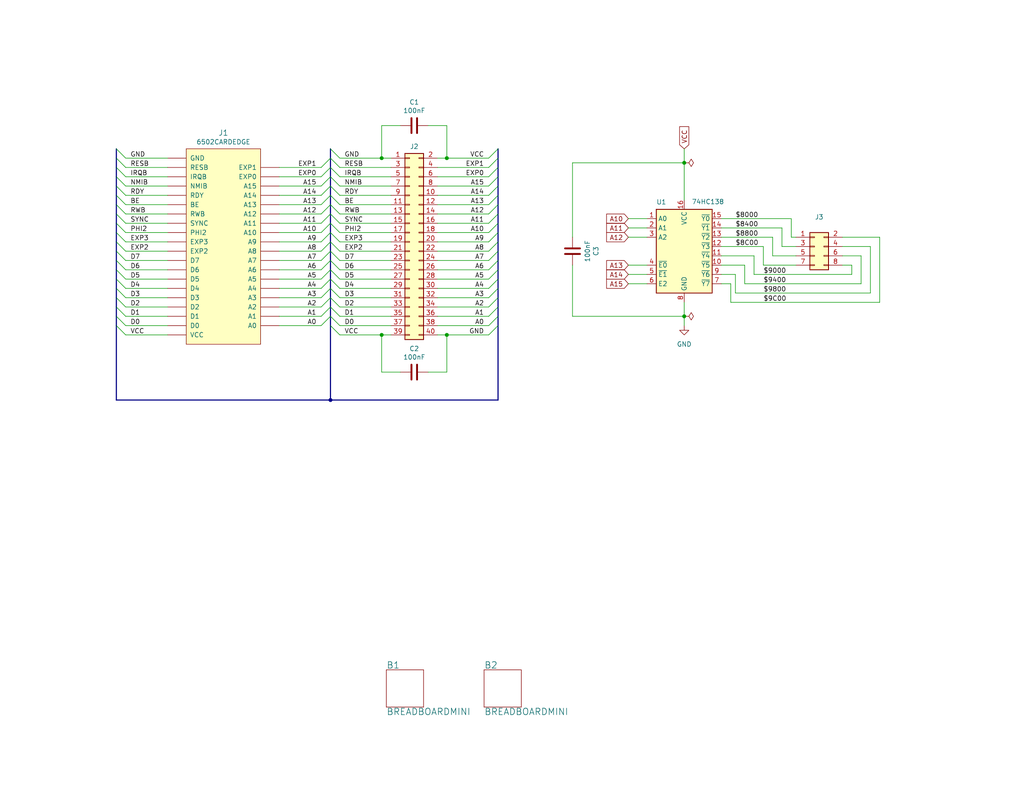
<source format=kicad_sch>
(kicad_sch (version 20231120) (generator "eeschema") (generator_version "8.0")
  (paper "USLetter")
  (title_block (title "6502 Prototype Card") (date "2024-06-05") (rev "1.0") (company "A.C. Wright Design"))
  (lib_symbols
    (symbol "6502 Parts:6502CARDEDGE" (pin_names (offset 1.016))
      (property "Reference" "J" (at -1.27 28.194 0))
      (property "Value" "6502CARDEDGE" (at 0 26.67 0))
      (symbol "6502CARDEDGE_1_0"
        (rectangle (start -10.16 25.4) (end 10.16 -27.94) (fill (type background)))
        (pin bidirectional line (at 15.24 -22.86 180) (length 5.08) (name "A0") (number "A0"))
        (pin bidirectional line (at 15.24 -20.32 180) (length 5.08) (name "A1") (number "A1"))
        (pin bidirectional line (at 15.24 2.54 180) (length 5.08) (name "A10") (number "A10"))
        (pin bidirectional line (at 15.24 5.08 180) (length 5.08) (name "A11") (number "A11"))
        (pin bidirectional line (at 15.24 7.62 180) (length 5.08) (name "A12") (number "A12"))
        (pin bidirectional line (at 15.24 10.16 180) (length 5.08) (name "A13") (number "A13"))
        (pin bidirectional line (at 15.24 12.7 180) (length 5.08) (name "A14") (number "A14"))
        (pin bidirectional line (at 15.24 15.24 180) (length 5.08) (name "A15") (number "A15"))
        (pin bidirectional line (at 15.24 -17.78 180) (length 5.08) (name "A2") (number "A2"))
        (pin bidirectional line (at 15.24 -15.24 180) (length 5.08) (name "A3") (number "A3"))
        (pin bidirectional line (at 15.24 -12.7 180) (length 5.08) (name "A4") (number "A4"))
        (pin bidirectional line (at 15.24 -10.16 180) (length 5.08) (name "A5") (number "A5"))
        (pin bidirectional line (at 15.24 -7.62 180) (length 5.08) (name "A6") (number "A6"))
        (pin bidirectional line (at 15.24 -5.08 180) (length 5.08) (name "A7") (number "A7"))
        (pin bidirectional line (at 15.24 -2.54 180) (length 5.08) (name "A8") (number "A8"))
        (pin bidirectional line (at 15.24 0 180) (length 5.08) (name "A9") (number "A9"))
        (pin bidirectional line (at -15.24 10.16 0) (length 5.08) (name "BE") (number "BE"))
        (pin bidirectional line (at -15.24 -22.86 0) (length 5.08) (name "D0") (number "D0"))
        (pin bidirectional line (at -15.24 -20.32 0) (length 5.08) (name "D1") (number "D1"))
        (pin bidirectional line (at -15.24 -17.78 0) (length 5.08) (name "D2") (number "D2"))
        (pin bidirectional line (at -15.24 -15.24 0) (length 5.08) (name "D3") (number "D3"))
        (pin bidirectional line (at -15.24 -12.7 0) (length 5.08) (name "D4") (number "D4"))
        (pin bidirectional line (at -15.24 -10.16 0) (length 5.08) (name "D5") (number "D5"))
        (pin bidirectional line (at -15.24 -7.62 0) (length 5.08) (name "D6") (number "D6"))
        (pin bidirectional line (at -15.24 -5.08 0) (length 5.08) (name "D7") (number "D7"))
        (pin bidirectional line (at 15.24 17.78 180) (length 5.08) (name "EXP0") (number "EXP0"))
        (pin bidirectional line (at 15.24 20.32 180) (length 5.08) (name "EXP1") (number "EXP1"))
        (pin bidirectional line (at -15.24 -2.54 0) (length 5.08) (name "EXP2") (number "EXP2"))
        (pin bidirectional line (at -15.24 0 0) (length 5.08) (name "EXP3") (number "EXP3"))
        (pin power_in line (at -15.24 22.86 0) (length 5.08) (name "GND") (number "GND"))
        (pin power_in line (at -15.24 22.86 0) (length 5.08) hide (name "GND") (number "GND"))
        (pin bidirectional line (at -15.24 17.78 0) (length 5.08) (name "IRQB") (number "IRQB"))
        (pin bidirectional line (at -15.24 15.24 0) (length 5.08) (name "NMIB") (number "NMIB"))
        (pin bidirectional line (at -15.24 2.54 0) (length 5.08) (name "PHI2") (number "PHI2"))
        (pin bidirectional line (at -15.24 12.7 0) (length 5.08) (name "RDY") (number "RDY"))
        (pin bidirectional line (at -15.24 20.32 0) (length 5.08) (name "RESB") (number "RESB"))
        (pin bidirectional line (at -15.24 7.62 0) (length 5.08) (name "RWB") (number "RWB"))
        (pin bidirectional line (at -15.24 5.08 0) (length 5.08) (name "SYNC") (number "SYNC"))
        (pin power_in line (at -15.24 -25.4 0) (length 5.08) (name "VCC") (number "VCC"))
        (pin power_in line (at -15.24 -25.4 0) (length 5.08) hide (name "VCC") (number "VCC"))
      )
    )
    (symbol "6502 Parts:BREADBOARDMINI" (pin_names (offset 1.016))
      (property "Reference" "B" (at -5.08 5.334 0))
      (property "Value" "BREADBOARDMINI" (at -5.08 -5.334 0))
      (symbol "BREADBOARDMINI_1_0"
        (polyline (pts (xy -5.08 -5.08) (xy 5.08 -5.08)))
        (polyline (pts (xy -5.08 5.08) (xy -5.08 -5.08)))
        (polyline (pts (xy 5.08 -5.08) (xy 5.08 5.08)))
        (polyline (pts (xy 5.08 5.08) (xy -5.08 5.08)))
      )
    )
    (symbol "74xx:74HC138"
      (property "Reference" "U" (at -7.62 13.97 0))
      (property "Value" "74HC138" (at 2.54 -11.43 0))
      (symbol "74HC138_0_1"
        (rectangle (start -7.62 12.7) (end 7.62 -10.16) (stroke (width 0.254)) (fill (type background)))
      )
      (symbol "74HC138_1_1"
        (pin input line (at -10.16 10.16 0) (length 2.54) (name "A0") (number "1"))
        (pin output line (at 10.16 -2.54 180) (length 2.54) (name "~{Y5}") (number "10"))
        (pin output line (at 10.16 0 180) (length 2.54) (name "~{Y4}") (number "11"))
        (pin output line (at 10.16 2.54 180) (length 2.54) (name "~{Y3}") (number "12"))
        (pin output line (at 10.16 5.08 180) (length 2.54) (name "~{Y2}") (number "13"))
        (pin output line (at 10.16 7.62 180) (length 2.54) (name "~{Y1}") (number "14"))
        (pin output line (at 10.16 10.16 180) (length 2.54) (name "~{Y0}") (number "15"))
        (pin power_in line (at 0 15.24 270) (length 2.54) (name "VCC") (number "16"))
        (pin input line (at -10.16 7.62 0) (length 2.54) (name "A1") (number "2"))
        (pin input line (at -10.16 5.08 0) (length 2.54) (name "A2") (number "3"))
        (pin input line (at -10.16 -2.54 0) (length 2.54) (name "~{E0}") (number "4"))
        (pin input line (at -10.16 -5.08 0) (length 2.54) (name "~{E1}") (number "5"))
        (pin input line (at -10.16 -7.62 0) (length 2.54) (name "E2") (number "6"))
        (pin output line (at 10.16 -7.62 180) (length 2.54) (name "~{Y7}") (number "7"))
        (pin power_in line (at 0 -12.7 90) (length 2.54) (name "GND") (number "8"))
        (pin output line (at 10.16 -5.08 180) (length 2.54) (name "~{Y6}") (number "9"))
      )
    )
    (symbol "Connector_Generic:Conn_02x04_Odd_Even" (pin_names (offset 1.016) hide)
      (property "Reference" "J" (at 1.27 5.08 0))
      (property "Value" "Conn_02x04_Odd_Even" (at 1.27 -7.62 0))
      (symbol "Conn_02x04_Odd_Even_1_1"
        (rectangle (start -1.27 -4.953) (end 0 -5.207) (stroke (width 0.1524)))
        (rectangle (start -1.27 -2.413) (end 0 -2.667) (stroke (width 0.1524)))
        (rectangle (start -1.27 0.127) (end 0 -0.127) (stroke (width 0.1524)))
        (rectangle (start -1.27 2.667) (end 0 2.413) (stroke (width 0.1524)))
        (rectangle (start -1.27 3.81) (end 3.81 -6.35) (stroke (width 0.254)) (fill (type background)))
        (rectangle (start 3.81 -4.953) (end 2.54 -5.207) (stroke (width 0.1524)))
        (rectangle (start 3.81 -2.413) (end 2.54 -2.667) (stroke (width 0.1524)))
        (rectangle (start 3.81 0.127) (end 2.54 -0.127) (stroke (width 0.1524)))
        (rectangle (start 3.81 2.667) (end 2.54 2.413) (stroke (width 0.1524)))
        (pin passive line (at -5.08 2.54 0) (length 3.81) (name "Pin_1") (number "1"))
        (pin passive line (at 7.62 2.54 180) (length 3.81) (name "Pin_2") (number "2"))
        (pin passive line (at -5.08 0 0) (length 3.81) (name "Pin_3") (number "3"))
        (pin passive line (at 7.62 0 180) (length 3.81) (name "Pin_4") (number "4"))
        (pin passive line (at -5.08 -2.54 0) (length 3.81) (name "Pin_5") (number "5"))
        (pin passive line (at 7.62 -2.54 180) (length 3.81) (name "Pin_6") (number "6"))
        (pin passive line (at -5.08 -5.08 0) (length 3.81) (name "Pin_7") (number "7"))
        (pin passive line (at 7.62 -5.08 180) (length 3.81) (name "Pin_8") (number "8"))
      )
    )
    (symbol "Connector_Generic:Conn_02x20_Odd_Even" (pin_names (offset 1.016) hide)
      (property "Reference" "J" (at 1.27 25.4 0))
      (property "Value" "Conn_02x20_Odd_Even" (at 1.27 -27.94 0))
      (symbol "Conn_02x20_Odd_Even_1_1"
        (rectangle (start -1.27 -25.273) (end 0 -25.527) (stroke (width 0.1524)))
        (rectangle (start -1.27 -22.733) (end 0 -22.987) (stroke (width 0.1524)))
        (rectangle (start -1.27 -20.193) (end 0 -20.447) (stroke (width 0.1524)))
        (rectangle (start -1.27 -17.653) (end 0 -17.907) (stroke (width 0.1524)))
        (rectangle (start -1.27 -15.113) (end 0 -15.367) (stroke (width 0.1524)))
        (rectangle (start -1.27 -12.573) (end 0 -12.827) (stroke (width 0.1524)))
        (rectangle (start -1.27 -10.033) (end 0 -10.287) (stroke (width 0.1524)))
        (rectangle (start -1.27 -7.493) (end 0 -7.747) (stroke (width 0.1524)))
        (rectangle (start -1.27 -4.953) (end 0 -5.207) (stroke (width 0.1524)))
        (rectangle (start -1.27 -2.413) (end 0 -2.667) (stroke (width 0.1524)))
        (rectangle (start -1.27 0.127) (end 0 -0.127) (stroke (width 0.1524)))
        (rectangle (start -1.27 2.667) (end 0 2.413) (stroke (width 0.1524)))
        (rectangle (start -1.27 5.207) (end 0 4.953) (stroke (width 0.1524)))
        (rectangle (start -1.27 7.747) (end 0 7.493) (stroke (width 0.1524)))
        (rectangle (start -1.27 10.287) (end 0 10.033) (stroke (width 0.1524)))
        (rectangle (start -1.27 12.827) (end 0 12.573) (stroke (width 0.1524)))
        (rectangle (start -1.27 15.367) (end 0 15.113) (stroke (width 0.1524)))
        (rectangle (start -1.27 17.907) (end 0 17.653) (stroke (width 0.1524)))
        (rectangle (start -1.27 20.447) (end 0 20.193) (stroke (width 0.1524)))
        (rectangle (start -1.27 22.987) (end 0 22.733) (stroke (width 0.1524)))
        (rectangle (start -1.27 24.13) (end 3.81 -26.67) (stroke (width 0.254)) (fill (type background)))
        (rectangle (start 3.81 -25.273) (end 2.54 -25.527) (stroke (width 0.1524)))
        (rectangle (start 3.81 -22.733) (end 2.54 -22.987) (stroke (width 0.1524)))
        (rectangle (start 3.81 -20.193) (end 2.54 -20.447) (stroke (width 0.1524)))
        (rectangle (start 3.81 -17.653) (end 2.54 -17.907) (stroke (width 0.1524)))
        (rectangle (start 3.81 -15.113) (end 2.54 -15.367) (stroke (width 0.1524)))
        (rectangle (start 3.81 -12.573) (end 2.54 -12.827) (stroke (width 0.1524)))
        (rectangle (start 3.81 -10.033) (end 2.54 -10.287) (stroke (width 0.1524)))
        (rectangle (start 3.81 -7.493) (end 2.54 -7.747) (stroke (width 0.1524)))
        (rectangle (start 3.81 -4.953) (end 2.54 -5.207) (stroke (width 0.1524)))
        (rectangle (start 3.81 -2.413) (end 2.54 -2.667) (stroke (width 0.1524)))
        (rectangle (start 3.81 0.127) (end 2.54 -0.127) (stroke (width 0.1524)))
        (rectangle (start 3.81 2.667) (end 2.54 2.413) (stroke (width 0.1524)))
        (rectangle (start 3.81 5.207) (end 2.54 4.953) (stroke (width 0.1524)))
        (rectangle (start 3.81 7.747) (end 2.54 7.493) (stroke (width 0.1524)))
        (rectangle (start 3.81 10.287) (end 2.54 10.033) (stroke (width 0.1524)))
        (rectangle (start 3.81 12.827) (end 2.54 12.573) (stroke (width 0.1524)))
        (rectangle (start 3.81 15.367) (end 2.54 15.113) (stroke (width 0.1524)))
        (rectangle (start 3.81 17.907) (end 2.54 17.653) (stroke (width 0.1524)))
        (rectangle (start 3.81 20.447) (end 2.54 20.193) (stroke (width 0.1524)))
        (rectangle (start 3.81 22.987) (end 2.54 22.733) (stroke (width 0.1524)))
        (pin passive line (at -5.08 22.86 0) (length 3.81) (name "Pin_1") (number "1"))
        (pin passive line (at 7.62 12.7 180) (length 3.81) (name "Pin_10") (number "10"))
        (pin passive line (at -5.08 10.16 0) (length 3.81) (name "Pin_11") (number "11"))
        (pin passive line (at 7.62 10.16 180) (length 3.81) (name "Pin_12") (number "12"))
        (pin passive line (at -5.08 7.62 0) (length 3.81) (name "Pin_13") (number "13"))
        (pin passive line (at 7.62 7.62 180) (length 3.81) (name "Pin_14") (number "14"))
        (pin passive line (at -5.08 5.08 0) (length 3.81) (name "Pin_15") (number "15"))
        (pin passive line (at 7.62 5.08 180) (length 3.81) (name "Pin_16") (number "16"))
        (pin passive line (at -5.08 2.54 0) (length 3.81) (name "Pin_17") (number "17"))
        (pin passive line (at 7.62 2.54 180) (length 3.81) (name "Pin_18") (number "18"))
        (pin passive line (at -5.08 0 0) (length 3.81) (name "Pin_19") (number "19"))
        (pin passive line (at 7.62 22.86 180) (length 3.81) (name "Pin_2") (number "2"))
        (pin passive line (at 7.62 0 180) (length 3.81) (name "Pin_20") (number "20"))
        (pin passive line (at -5.08 -2.54 0) (length 3.81) (name "Pin_21") (number "21"))
        (pin passive line (at 7.62 -2.54 180) (length 3.81) (name "Pin_22") (number "22"))
        (pin passive line (at -5.08 -5.08 0) (length 3.81) (name "Pin_23") (number "23"))
        (pin passive line (at 7.62 -5.08 180) (length 3.81) (name "Pin_24") (number "24"))
        (pin passive line (at -5.08 -7.62 0) (length 3.81) (name "Pin_25") (number "25"))
        (pin passive line (at 7.62 -7.62 180) (length 3.81) (name "Pin_26") (number "26"))
        (pin passive line (at -5.08 -10.16 0) (length 3.81) (name "Pin_27") (number "27"))
        (pin passive line (at 7.62 -10.16 180) (length 3.81) (name "Pin_28") (number "28"))
        (pin passive line (at -5.08 -12.7 0) (length 3.81) (name "Pin_29") (number "29"))
        (pin passive line (at -5.08 20.32 0) (length 3.81) (name "Pin_3") (number "3"))
        (pin passive line (at 7.62 -12.7 180) (length 3.81) (name "Pin_30") (number "30"))
        (pin passive line (at -5.08 -15.24 0) (length 3.81) (name "Pin_31") (number "31"))
        (pin passive line (at 7.62 -15.24 180) (length 3.81) (name "Pin_32") (number "32"))
        (pin passive line (at -5.08 -17.78 0) (length 3.81) (name "Pin_33") (number "33"))
        (pin passive line (at 7.62 -17.78 180) (length 3.81) (name "Pin_34") (number "34"))
        (pin passive line (at -5.08 -20.32 0) (length 3.81) (name "Pin_35") (number "35"))
        (pin passive line (at 7.62 -20.32 180) (length 3.81) (name "Pin_36") (number "36"))
        (pin passive line (at -5.08 -22.86 0) (length 3.81) (name "Pin_37") (number "37"))
        (pin passive line (at 7.62 -22.86 180) (length 3.81) (name "Pin_38") (number "38"))
        (pin passive line (at -5.08 -25.4 0) (length 3.81) (name "Pin_39") (number "39"))
        (pin passive line (at 7.62 20.32 180) (length 3.81) (name "Pin_4") (number "4"))
        (pin passive line (at 7.62 -25.4 180) (length 3.81) (name "Pin_40") (number "40"))
        (pin passive line (at -5.08 17.78 0) (length 3.81) (name "Pin_5") (number "5"))
        (pin passive line (at 7.62 17.78 180) (length 3.81) (name "Pin_6") (number "6"))
        (pin passive line (at -5.08 15.24 0) (length 3.81) (name "Pin_7") (number "7"))
        (pin passive line (at 7.62 15.24 180) (length 3.81) (name "Pin_8") (number "8"))
        (pin passive line (at -5.08 12.7 0) (length 3.81) (name "Pin_9") (number "9"))
      )
    )
    (symbol "Device:C" (pin_numbers hide) (pin_names (offset 0.254))
      (property "Reference" "C" (at 0.635 2.54 0))
      (property "Value" "C" (at 0.635 -2.54 0))
      (symbol "C_0_1"
        (polyline (pts (xy -2.032 -0.762) (xy 2.032 -0.762)) (stroke (width 0.508)))
        (polyline (pts (xy -2.032 0.762) (xy 2.032 0.762)) (stroke (width 0.508)))
      )
      (symbol "C_1_1"
        (pin passive line (at 0 3.81 270) (length 2.794) (name "~") (number "1"))
        (pin passive line (at 0 -3.81 90) (length 2.794) (name "~") (number "2"))
      )
    )
    (symbol "power:GND" (power) (pin_numbers hide) (pin_names (offset 0) hide)
      (property "Value" "GND" (at 0 -3.81 0))
      (symbol "GND_0_1"
        (polyline (pts (xy 0 0) (xy 0 -1.27) (xy 1.27 -1.27) (xy 0 -2.54) (xy -1.27 -1.27) (xy 0 -1.27)))
      )
      (symbol "GND_1_1"
        (pin power_in line (at 0 0 270) (length 0) (name "~") (number "1"))
      )
    )
    (symbol "power:PWR_FLAG" (power) (pin_numbers hide) (pin_names (offset 0) hide)
      (property "Value" "PWR_FLAG" (at 0 3.81 0))
      (symbol "PWR_FLAG_0_0"
        (pin power_out line (at 0 0 90) (length 0) (name "~") (number "1"))
      )
      (symbol "PWR_FLAG_0_1"
        (polyline (pts (xy 0 0) (xy 0 1.27) (xy -1.016 1.905) (xy 0 2.54) (xy 1.016 1.905) (xy 0 1.27)))
      )
    )
  )
  (junction (at 186.69 86.36))
  (junction (at 121.92 43.18))
  (junction (at 90.17 109.22))
  (junction (at 121.92 91.44))
  (junction (at 104.14 91.44))
  (junction (at 186.69 44.45))
  (junction (at 104.14 43.18))
  (bus_entry (at 31.75 48.26) (size 2.54 2.54))
  (bus_entry (at 135.89 83.82) (size -2.54 2.54))
  (bus_entry (at 135.89 50.8) (size -2.54 2.54))
  (bus_entry (at 90.17 66.04) (size -2.54 2.54))
  (bus_entry (at 31.75 71.12) (size 2.54 2.54))
  (bus_entry (at 90.17 55.88) (size -2.54 2.54))
  (bus_entry (at 90.17 45.72) (size 2.54 2.54))
  (bus_entry (at 90.17 81.28) (size -2.54 2.54))
  (bus_entry (at 90.17 48.26) (size 2.54 2.54))
  (bus_entry (at 31.75 76.2) (size 2.54 2.54))
  (bus_entry (at 90.17 53.34) (size 2.54 2.54))
  (bus_entry (at 90.17 73.66) (size -2.54 2.54))
  (bus_entry (at 31.75 40.64) (size 2.54 2.54))
  (bus_entry (at 135.89 43.18) (size -2.54 2.54))
  (bus_entry (at 90.17 50.8) (size -2.54 2.54))
  (bus_entry (at 31.75 43.18) (size 2.54 2.54))
  (bus_entry (at 135.89 81.28) (size -2.54 2.54))
  (bus_entry (at 135.89 71.12) (size -2.54 2.54))
  (bus_entry (at 135.89 66.04) (size -2.54 2.54))
  (bus_entry (at 90.17 63.5) (size 2.54 2.54))
  (bus_entry (at 90.17 40.64) (size 2.54 2.54))
  (bus_entry (at 135.89 45.72) (size -2.54 2.54))
  (bus_entry (at 90.17 81.28) (size 2.54 2.54))
  (bus_entry (at 90.17 63.5) (size -2.54 2.54))
  (bus_entry (at 135.89 40.64) (size -2.54 2.54))
  (bus_entry (at 90.17 71.12) (size -2.54 2.54))
  (bus_entry (at 31.75 63.5) (size 2.54 2.54))
  (bus_entry (at 31.75 50.8) (size 2.54 2.54))
  (bus_entry (at 135.89 58.42) (size -2.54 2.54))
  (bus_entry (at 90.17 73.66) (size 2.54 2.54))
  (bus_entry (at 90.17 71.12) (size 2.54 2.54))
  (bus_entry (at 31.75 81.28) (size 2.54 2.54))
  (bus_entry (at 31.75 60.96) (size 2.54 2.54))
  (bus_entry (at 90.17 68.58) (size -2.54 2.54))
  (bus_entry (at 135.89 76.2) (size -2.54 2.54))
  (bus_entry (at 90.17 55.88) (size 2.54 2.54))
  (bus_entry (at 90.17 76.2) (size 2.54 2.54))
  (bus_entry (at 90.17 60.96) (size -2.54 2.54))
  (bus_entry (at 135.89 48.26) (size -2.54 2.54))
  (bus_entry (at 135.89 78.74) (size -2.54 2.54))
  (bus_entry (at 90.17 60.96) (size 2.54 2.54))
  (bus_entry (at 90.17 78.74) (size 2.54 2.54))
  (bus_entry (at 31.75 66.04) (size 2.54 2.54))
  (bus_entry (at 31.75 58.42) (size 2.54 2.54))
  (bus_entry (at 90.17 78.74) (size -2.54 2.54))
  (bus_entry (at 31.75 86.36) (size 2.54 2.54))
  (bus_entry (at 90.17 86.36) (size -2.54 2.54))
  (bus_entry (at 31.75 83.82) (size 2.54 2.54))
  (bus_entry (at 135.89 88.9) (size -2.54 2.54))
  (bus_entry (at 90.17 48.26) (size -2.54 2.54))
  (bus_entry (at 90.17 50.8) (size 2.54 2.54))
  (bus_entry (at 90.17 45.72) (size -2.54 2.54))
  (bus_entry (at 135.89 68.58) (size -2.54 2.54))
  (bus_entry (at 90.17 76.2) (size -2.54 2.54))
  (bus_entry (at 90.17 43.18) (size -2.54 2.54))
  (bus_entry (at 90.17 58.42) (size -2.54 2.54))
  (bus_entry (at 31.75 45.72) (size 2.54 2.54))
  (bus_entry (at 90.17 68.58) (size 2.54 2.54))
  (bus_entry (at 135.89 60.96) (size -2.54 2.54))
  (bus_entry (at 31.75 55.88) (size 2.54 2.54))
  (bus_entry (at 31.75 78.74) (size 2.54 2.54))
  (bus_entry (at 90.17 66.04) (size 2.54 2.54))
  (bus_entry (at 90.17 83.82) (size -2.54 2.54))
  (bus_entry (at 90.17 43.18) (size 2.54 2.54))
  (bus_entry (at 31.75 68.58) (size 2.54 2.54))
  (bus_entry (at 135.89 86.36) (size -2.54 2.54))
  (bus_entry (at 90.17 53.34) (size -2.54 2.54))
  (bus_entry (at 90.17 88.9) (size 2.54 2.54))
  (bus_entry (at 135.89 63.5) (size -2.54 2.54))
  (bus_entry (at 135.89 53.34) (size -2.54 2.54))
  (bus_entry (at 31.75 73.66) (size 2.54 2.54))
  (bus_entry (at 90.17 58.42) (size 2.54 2.54))
  (bus_entry (at 90.17 86.36) (size 2.54 2.54))
  (bus_entry (at 90.17 83.82) (size 2.54 2.54))
  (bus_entry (at 135.89 55.88) (size -2.54 2.54))
  (bus_entry (at 135.89 73.66) (size -2.54 2.54))
  (bus_entry (at 31.75 53.34) (size 2.54 2.54))
  (bus_entry (at 31.75 88.9) (size 2.54 2.54))
  (wire (pts (xy 104.14 101.6) (xy 109.22 101.6)))
  (wire (pts (xy 106.68 43.18) (xy 104.14 43.18)))
  (wire (pts (xy 232.41 74.93) (xy 232.41 72.39)))
  (wire (pts (xy 133.35 88.9) (xy 119.38 88.9)))
  (bus (pts (xy 31.75 63.5) (xy 31.75 66.04)))
  (wire (pts (xy 92.71 60.96) (xy 106.68 60.96)))
  (wire (pts (xy 171.45 62.23) (xy 176.53 62.23)))
  (wire (pts (xy 34.29 68.58) (xy 45.72 68.58)))
  (wire (pts (xy 119.38 71.12) (xy 133.35 71.12)))
  (bus (pts (xy 90.17 40.64) (xy 90.17 43.18)))
  (wire (pts (xy 121.92 91.44) (xy 121.92 101.6)))
  (bus (pts (xy 135.89 40.64) (xy 135.89 43.18)))
  (wire (pts (xy 119.38 86.36) (xy 133.35 86.36)))
  (wire (pts (xy 133.35 83.82) (xy 119.38 83.82)))
  (wire (pts (xy 213.36 62.23) (xy 213.36 67.31)))
  (bus (pts (xy 90.17 76.2) (xy 90.17 78.74)))
  (bus (pts (xy 31.75 58.42) (xy 31.75 60.96)))
  (bus (pts (xy 90.17 73.66) (xy 90.17 76.2)))
  (wire (pts (xy 234.95 69.85) (xy 229.87 69.85)))
  (wire (pts (xy 171.45 59.69) (xy 176.53 59.69)))
  (wire (pts (xy 104.14 43.18) (xy 104.14 34.29)))
  (bus (pts (xy 90.17 43.18) (xy 90.17 45.72)))
  (wire (pts (xy 186.69 44.45) (xy 186.69 40.64)))
  (bus (pts (xy 90.17 71.12) (xy 90.17 73.66)))
  (wire (pts (xy 76.2 71.12) (xy 87.63 71.12)))
  (wire (pts (xy 203.2 77.47) (xy 234.95 77.47)))
  (wire (pts (xy 34.29 88.9) (xy 45.72 88.9)))
  (wire (pts (xy 196.85 67.31) (xy 208.28 67.31)))
  (wire (pts (xy 106.68 58.42) (xy 92.71 58.42)))
  (wire (pts (xy 208.28 72.39) (xy 217.17 72.39)))
  (bus (pts (xy 135.89 58.42) (xy 135.89 60.96)))
  (bus (pts (xy 90.17 78.74) (xy 90.17 81.28)))
  (wire (pts (xy 34.29 43.18) (xy 45.72 43.18)))
  (wire (pts (xy 34.29 78.74) (xy 45.72 78.74)))
  (bus (pts (xy 90.17 55.88) (xy 90.17 58.42)))
  (wire (pts (xy 119.38 76.2) (xy 133.35 76.2)))
  (wire (pts (xy 106.68 73.66) (xy 92.71 73.66)))
  (wire (pts (xy 186.69 82.55) (xy 186.69 86.36)))
  (wire (pts (xy 76.2 63.5) (xy 87.63 63.5)))
  (bus (pts (xy 31.75 43.18) (xy 31.75 45.72)))
  (bus (pts (xy 90.17 45.72) (xy 90.17 48.26)))
  (wire (pts (xy 87.63 83.82) (xy 76.2 83.82)))
  (wire (pts (xy 106.68 68.58) (xy 92.71 68.58)))
  (bus (pts (xy 90.17 68.58) (xy 90.17 71.12)))
  (wire (pts (xy 133.35 58.42) (xy 119.38 58.42)))
  (wire (pts (xy 34.29 63.5) (xy 45.72 63.5)))
  (wire (pts (xy 210.82 69.85) (xy 217.17 69.85)))
  (wire (pts (xy 121.92 91.44) (xy 133.35 91.44)))
  (wire (pts (xy 196.85 69.85) (xy 205.74 69.85)))
  (bus (pts (xy 135.89 53.34) (xy 135.89 55.88)))
  (bus (pts (xy 31.75 40.64) (xy 31.75 43.18)))
  (wire (pts (xy 87.63 73.66) (xy 76.2 73.66)))
  (wire (pts (xy 121.92 101.6) (xy 116.84 101.6)))
  (wire (pts (xy 92.71 50.8) (xy 106.68 50.8)))
  (wire (pts (xy 237.49 67.31) (xy 229.87 67.31)))
  (wire (pts (xy 92.71 66.04) (xy 106.68 66.04)))
  (bus (pts (xy 135.89 55.88) (xy 135.89 58.42)))
  (wire (pts (xy 104.14 34.29) (xy 109.22 34.29)))
  (wire (pts (xy 237.49 80.01) (xy 237.49 67.31)))
  (bus (pts (xy 135.89 60.96) (xy 135.89 63.5)))
  (wire (pts (xy 199.39 82.55) (xy 199.39 77.47)))
  (wire (pts (xy 76.2 68.58) (xy 87.63 68.58)))
  (wire (pts (xy 45.72 45.72) (xy 34.29 45.72)))
  (bus (pts (xy 31.75 68.58) (xy 31.75 71.12)))
  (wire (pts (xy 196.85 62.23) (xy 213.36 62.23)))
  (bus (pts (xy 31.75 109.22) (xy 90.17 109.22)))
  (wire (pts (xy 196.85 77.47) (xy 199.39 77.47)))
  (bus (pts (xy 31.75 45.72) (xy 31.75 48.26)))
  (wire (pts (xy 205.74 74.93) (xy 232.41 74.93)))
  (wire (pts (xy 240.03 82.55) (xy 199.39 82.55)))
  (bus (pts (xy 90.17 66.04) (xy 90.17 68.58)))
  (wire (pts (xy 106.68 83.82) (xy 92.71 83.82)))
  (bus (pts (xy 31.75 66.04) (xy 31.75 68.58)))
  (wire (pts (xy 87.63 60.96) (xy 76.2 60.96)))
  (wire (pts (xy 119.38 45.72) (xy 133.35 45.72)))
  (bus (pts (xy 135.89 66.04) (xy 135.89 68.58)))
  (wire (pts (xy 215.9 59.69) (xy 215.9 64.77)))
  (wire (pts (xy 203.2 72.39) (xy 203.2 77.47)))
  (wire (pts (xy 34.29 83.82) (xy 45.72 83.82)))
  (wire (pts (xy 76.2 50.8) (xy 87.63 50.8)))
  (bus (pts (xy 90.17 58.42) (xy 90.17 60.96)))
  (wire (pts (xy 200.66 80.01) (xy 237.49 80.01)))
  (wire (pts (xy 45.72 86.36) (xy 34.29 86.36)))
  (wire (pts (xy 156.21 86.36) (xy 186.69 86.36)))
  (bus (pts (xy 31.75 83.82) (xy 31.75 86.36)))
  (wire (pts (xy 76.2 86.36) (xy 87.63 86.36)))
  (wire (pts (xy 45.72 76.2) (xy 34.29 76.2)))
  (wire (pts (xy 45.72 60.96) (xy 34.29 60.96)))
  (wire (pts (xy 213.36 67.31) (xy 217.17 67.31)))
  (wire (pts (xy 234.95 77.47) (xy 234.95 69.85)))
  (bus (pts (xy 31.75 88.9) (xy 31.75 109.22)))
  (bus (pts (xy 90.17 60.96) (xy 90.17 63.5)))
  (wire (pts (xy 87.63 78.74) (xy 76.2 78.74)))
  (wire (pts (xy 92.71 76.2) (xy 106.68 76.2)))
  (wire (pts (xy 45.72 55.88) (xy 34.29 55.88)))
  (wire (pts (xy 76.2 81.28) (xy 87.63 81.28)))
  (wire (pts (xy 210.82 64.77) (xy 210.82 69.85)))
  (bus (pts (xy 90.17 63.5) (xy 90.17 66.04)))
  (bus (pts (xy 31.75 81.28) (xy 31.75 83.82)))
  (wire (pts (xy 133.35 48.26) (xy 119.38 48.26)))
  (wire (pts (xy 34.29 48.26) (xy 45.72 48.26)))
  (wire (pts (xy 76.2 53.34) (xy 87.63 53.34)))
  (bus (pts (xy 31.75 71.12) (xy 31.75 73.66)))
  (wire (pts (xy 121.92 34.29) (xy 121.92 43.18)))
  (wire (pts (xy 171.45 72.39) (xy 176.53 72.39)))
  (wire (pts (xy 119.38 60.96) (xy 133.35 60.96)))
  (wire (pts (xy 106.68 91.44) (xy 104.14 91.44)))
  (wire (pts (xy 119.38 81.28) (xy 133.35 81.28)))
  (wire (pts (xy 196.85 64.77) (xy 210.82 64.77)))
  (bus (pts (xy 135.89 50.8) (xy 135.89 53.34)))
  (bus (pts (xy 90.17 50.8) (xy 90.17 53.34)))
  (wire (pts (xy 76.2 45.72) (xy 87.63 45.72)))
  (wire (pts (xy 87.63 88.9) (xy 76.2 88.9)))
  (wire (pts (xy 87.63 48.26) (xy 76.2 48.26)))
  (wire (pts (xy 92.71 81.28) (xy 106.68 81.28)))
  (wire (pts (xy 133.35 73.66) (xy 119.38 73.66)))
  (wire (pts (xy 106.68 63.5) (xy 92.71 63.5)))
  (wire (pts (xy 45.72 91.44) (xy 34.29 91.44)))
  (wire (pts (xy 92.71 71.12) (xy 106.68 71.12)))
  (wire (pts (xy 133.35 78.74) (xy 119.38 78.74)))
  (wire (pts (xy 34.29 53.34) (xy 45.72 53.34)))
  (wire (pts (xy 119.38 91.44) (xy 121.92 91.44)))
  (bus (pts (xy 135.89 76.2) (xy 135.89 78.74)))
  (wire (pts (xy 196.85 74.93) (xy 200.66 74.93)))
  (wire (pts (xy 186.69 44.45) (xy 156.21 44.45)))
  (bus (pts (xy 90.17 86.36) (xy 90.17 88.9)))
  (wire (pts (xy 186.69 54.61) (xy 186.69 44.45)))
  (wire (pts (xy 92.71 55.88) (xy 106.68 55.88)))
  (wire (pts (xy 76.2 58.42) (xy 87.63 58.42)))
  (wire (pts (xy 156.21 86.36) (xy 156.21 72.39)))
  (wire (pts (xy 186.69 86.36) (xy 186.69 88.9)))
  (bus (pts (xy 31.75 78.74) (xy 31.75 81.28)))
  (wire (pts (xy 215.9 64.77) (xy 217.17 64.77)))
  (wire (pts (xy 171.45 64.77) (xy 176.53 64.77)))
  (wire (pts (xy 229.87 64.77) (xy 240.03 64.77)))
  (wire (pts (xy 208.28 67.31) (xy 208.28 72.39)))
  (bus (pts (xy 90.17 83.82) (xy 90.17 86.36)))
  (bus (pts (xy 90.17 48.26) (xy 90.17 50.8)))
  (wire (pts (xy 92.71 45.72) (xy 106.68 45.72)))
  (wire (pts (xy 119.38 66.04) (xy 133.35 66.04)))
  (wire (pts (xy 92.71 91.44) (xy 104.14 91.44)))
  (wire (pts (xy 133.35 68.58) (xy 119.38 68.58)))
  (wire (pts (xy 45.72 66.04) (xy 34.29 66.04)))
  (wire (pts (xy 133.35 63.5) (xy 119.38 63.5)))
  (bus (pts (xy 135.89 78.74) (xy 135.89 81.28)))
  (wire (pts (xy 45.72 50.8) (xy 34.29 50.8)))
  (wire (pts (xy 92.71 88.9) (xy 106.68 88.9)))
  (bus (pts (xy 31.75 50.8) (xy 31.75 53.34)))
  (wire (pts (xy 156.21 44.45) (xy 156.21 64.77)))
  (bus (pts (xy 31.75 73.66) (xy 31.75 76.2)))
  (bus (pts (xy 31.75 53.34) (xy 31.75 55.88)))
  (wire (pts (xy 34.29 73.66) (xy 45.72 73.66)))
  (bus (pts (xy 90.17 53.34) (xy 90.17 55.88)))
  (wire (pts (xy 119.38 55.88) (xy 133.35 55.88)))
  (bus (pts (xy 135.89 83.82) (xy 135.89 86.36)))
  (bus (pts (xy 135.89 73.66) (xy 135.89 76.2)))
  (wire (pts (xy 116.84 34.29) (xy 121.92 34.29)))
  (wire (pts (xy 200.66 74.93) (xy 200.66 80.01)))
  (wire (pts (xy 133.35 53.34) (xy 119.38 53.34)))
  (wire (pts (xy 104.14 43.18) (xy 92.71 43.18)))
  (bus (pts (xy 135.89 63.5) (xy 135.89 66.04)))
  (bus (pts (xy 135.89 71.12) (xy 135.89 73.66)))
  (wire (pts (xy 87.63 55.88) (xy 76.2 55.88)))
  (bus (pts (xy 135.89 43.18) (xy 135.89 45.72)))
  (wire (pts (xy 104.14 91.44) (xy 104.14 101.6)))
  (wire (pts (xy 106.68 48.26) (xy 92.71 48.26)))
  (bus (pts (xy 31.75 48.26) (xy 31.75 50.8)))
  (bus (pts (xy 90.17 88.9) (xy 90.17 109.22)))
  (wire (pts (xy 121.92 43.18) (xy 133.35 43.18)))
  (bus (pts (xy 135.89 86.36) (xy 135.89 88.9)))
  (bus (pts (xy 31.75 55.88) (xy 31.75 58.42)))
  (wire (pts (xy 119.38 50.8) (xy 133.35 50.8)))
  (bus (pts (xy 135.89 45.72) (xy 135.89 48.26)))
  (wire (pts (xy 76.2 76.2) (xy 87.63 76.2)))
  (wire (pts (xy 171.45 74.93) (xy 176.53 74.93)))
  (wire (pts (xy 196.85 59.69) (xy 215.9 59.69)))
  (bus (pts (xy 90.17 109.22) (xy 135.89 109.22)))
  (wire (pts (xy 232.41 72.39) (xy 229.87 72.39)))
  (wire (pts (xy 106.68 53.34) (xy 92.71 53.34)))
  (wire (pts (xy 87.63 66.04) (xy 76.2 66.04)))
  (bus (pts (xy 135.89 88.9) (xy 135.89 109.22)))
  (bus (pts (xy 135.89 68.58) (xy 135.89 71.12)))
  (bus (pts (xy 31.75 76.2) (xy 31.75 78.74)))
  (wire (pts (xy 45.72 71.12) (xy 34.29 71.12)))
  (bus (pts (xy 31.75 60.96) (xy 31.75 63.5)))
  (bus (pts (xy 135.89 48.26) (xy 135.89 50.8)))
  (wire (pts (xy 196.85 72.39) (xy 203.2 72.39)))
  (bus (pts (xy 135.89 81.28) (xy 135.89 83.82)))
  (wire (pts (xy 106.68 78.74) (xy 92.71 78.74)))
  (wire (pts (xy 34.29 58.42) (xy 45.72 58.42)))
  (wire (pts (xy 171.45 77.47) (xy 176.53 77.47)))
  (wire (pts (xy 240.03 64.77) (xy 240.03 82.55)))
  (wire (pts (xy 121.92 43.18) (xy 119.38 43.18)))
  (bus (pts (xy 31.75 86.36) (xy 31.75 88.9)))
  (bus (pts (xy 90.17 81.28) (xy 90.17 83.82)))
  (wire (pts (xy 205.74 69.85) (xy 205.74 74.93)))
  (wire (pts (xy 92.71 86.36) (xy 106.68 86.36)))
  (wire (pts (xy 45.72 81.28) (xy 34.29 81.28)))
  (label "A10" (at 86.36 63.5 180))
  (label "A6" (at 86.36 73.66 180))
  (label "EXP3" (at 93.98 66.04 0))
  (label "A0" (at 132.08 88.9 180))
  (label "NMIB" (at 93.98 50.8 0))
  (label "D7" (at 35.56 71.12 0))
  (label "A0" (at 86.36 88.9 180))
  (label "A4" (at 86.36 78.74 180))
  (label "EXP3" (at 35.56 66.04 0))
  (label "$9800" (at 208.28 80.01 0))
  (label "GND" (at 35.56 43.18 0))
  (label "A11" (at 132.08 60.96 180))
  (label "A8" (at 132.08 68.58 180))
  (label "NMIB" (at 35.56 50.8 0))
  (label "SYNC" (at 35.56 60.96 0))
  (label "BE" (at 35.56 55.88 0))
  (label "SYNC" (at 93.98 60.96 0))
  (label "A14" (at 86.36 53.34 180))
  (label "A9" (at 132.08 66.04 180))
  (label "D2" (at 35.56 83.82 0))
  (label "EXP2" (at 93.98 68.58 0))
  (label "PHI2" (at 93.98 63.5 0))
  (label "A12" (at 132.08 58.42 180))
  (label "IRQB" (at 35.56 48.26 0))
  (label "A5" (at 86.36 76.2 180))
  (label "RWB" (at 93.98 58.42 0))
  (label "A7" (at 132.08 71.12 180))
  (label "A1" (at 86.36 86.36 180))
  (label "A13" (at 86.36 55.88 180))
  (label "IRQB" (at 93.98 48.26 0))
  (label "$8400" (at 200.66 62.23 0))
  (label "A3" (at 86.36 81.28 180))
  (label "EXP1" (at 132.08 45.72 180))
  (label "A2" (at 86.36 83.82 180))
  (label "A6" (at 132.08 73.66 180))
  (label "$8000" (at 200.66 59.69 0))
  (label "$9000" (at 208.28 74.93 0))
  (label "D6" (at 93.98 73.66 0))
  (label "D6" (at 35.56 73.66 0))
  (label "EXP2" (at 35.56 68.58 0))
  (label "BE" (at 93.98 55.88 0))
  (label "EXP0" (at 86.36 48.26 180))
  (label "$8C00" (at 200.66 67.31 0))
  (label "D4" (at 35.56 78.74 0))
  (label "A11" (at 86.36 60.96 180))
  (label "A15" (at 132.08 50.8 180))
  (label "D5" (at 93.98 76.2 0))
  (label "D0" (at 93.98 88.9 0))
  (label "A2" (at 132.08 83.82 180))
  (label "D3" (at 93.98 81.28 0))
  (label "GND" (at 132.08 91.44 180))
  (label "EXP0" (at 132.08 48.26 180))
  (label "A1" (at 132.08 86.36 180))
  (label "VCC" (at 35.56 91.44 0))
  (label "A15" (at 86.36 50.8 180))
  (label "PHI2" (at 35.56 63.5 0))
  (label "A13" (at 132.08 55.88 180))
  (label "D1" (at 35.56 86.36 0))
  (label "A12" (at 86.36 58.42 180))
  (label "D2" (at 93.98 83.82 0))
  (label "$9C00" (at 208.28 82.55 0))
  (label "A14" (at 132.08 53.34 180))
  (label "D3" (at 35.56 81.28 0))
  (label "RDY" (at 35.56 53.34 0))
  (label "D0" (at 35.56 88.9 0))
  (label "$9400" (at 208.28 77.47 0))
  (label "GND" (at 93.98 43.18 0))
  (label "A7" (at 86.36 71.12 180))
  (label "RWB" (at 35.56 58.42 0))
  (label "D4" (at 93.98 78.74 0))
  (label "A5" (at 132.08 76.2 180))
  (label "A8" (at 86.36 68.58 180))
  (label "A10" (at 132.08 63.5 180))
  (label "D5" (at 35.56 76.2 0))
  (label "D7" (at 93.98 71.12 0))
  (label "A4" (at 132.08 78.74 180))
  (label "RESB" (at 93.98 45.72 0))
  (label "A9" (at 86.36 66.04 180))
  (label "EXP1" (at 86.36 45.72 180))
  (label "RDY" (at 93.98 53.34 0))
  (label "RESB" (at 35.56 45.72 0))
  (label "VCC" (at 132.08 43.18 180))
  (label "D1" (at 93.98 86.36 0))
  (label "A3" (at 132.08 81.28 180))
  (label "$8800" (at 200.66 64.77 0))
  (label "VCC" (at 93.98 91.44 0))
  (global_label "A15" (shape input) (at 171.45 77.47 180) (property "Intersheetrefs" "${INTERSHEET_REFS}" (effects (hide yes))))
  (global_label "A13" (shape input) (at 171.45 72.39 180) (property "Intersheetrefs" "${INTERSHEET_REFS}" (effects (hide yes))))
  (global_label "A12" (shape input) (at 171.45 64.77 180) (property "Intersheetrefs" "${INTERSHEET_REFS}" (effects (hide yes))))
  (global_label "VCC" (shape input) (at 186.69 40.64 90) (property "Intersheetrefs" "${INTERSHEET_REFS}" (effects (hide yes))))
  (global_label "A14" (shape input) (at 171.45 74.93 180) (property "Intersheetrefs" "${INTERSHEET_REFS}" (effects (hide yes))))
  (global_label "A10" (shape input) (at 171.45 59.69 180) (property "Intersheetrefs" "${INTERSHEET_REFS}" (effects (hide yes))))
  (global_label "A11" (shape input) (at 171.45 62.23 180) (property "Intersheetrefs" "${INTERSHEET_REFS}" (effects (hide yes))))
  (symbol (lib_id "6502 Parts:BREADBOARDMINI") (at 137.16 187.96 0) (unit 1) (in_bom no)
    (property "Reference" "B2" (at 132.08 182.626 0) (effects (font (size 1.778 1.778)) (justify left bottom)))
    (property "Value" "BREADBOARDMINI" (at 132.08 193.294 0) (effects (font (size 1.778 1.778)) (justify left top)))
    (property "Footprint" "6502 Parts:BREADBOARD-MINI" (effects (hide yes)))
    (property "Sparkfun" "PRT-12047" (effects (hide yes)))
  )
  (symbol (lib_id "6502 Parts:6502CARDEDGE") (at 60.96 66.04 0) (unit 1) (in_bom no)
    (property "Reference" "J1" (at 60.96 36.2712 0) (effects (font (size 1.4986 1.4986))))
    (property "Value" "6502CARDEDGE" (at 60.96 38.7604 0))
    (property "Footprint" "6502 Parts:6502CARDEDGE" (effects (hide yes)))
  )
  (symbol (lib_id "Connector_Generic:Conn_02x20_Odd_Even") (at 111.76 66.04 0) (unit 1) (in_bom no)
    (property "Reference" "J2" (at 113.03 40.005 0))
    (property "Value" "Conn_02x20_Odd_Even" (effects (hide yes)))
    (property "Footprint" "Connector_PinSocket_2.54mm:PinSocket_2x20_P2.54mm_Vertical" (effects (hide yes)))
  )
  (symbol (lib_id "74xx:74HC138") (at 186.69 69.85 0) (unit 1)
    (property "Reference" "U1" (at 179.07 55.88 0) (effects (justify left bottom)))
    (property "Value" "74HC138" (at 188.722 54.356 0) (effects (justify left top)))
    (property "Footprint" "Package_SO:SOIC-16_3.9x9.9mm_P1.27mm" (effects (hide yes)))
    (property "Datasheet" "http://www.ti.com/lit/ds/symlink/cd74hc238.pdf" (effects (hide yes)))
    (property "Description" "3-to-8 line decoder/multiplexer inverting, DIP-16/SOIC-16/SSOP-16" (effects (hide yes)))
    (property "LCSC" "C5602" (effects (hide yes)))
  )
  (symbol (lib_id "Connector_Generic:Conn_02x04_Odd_Even") (at 222.25 67.31 0) (unit 1) (in_bom no)
    (property "Reference" "J3" (at 223.52 59.2582 0))
    (property "Value" "Conn_02x04_Odd_Even" (effects (hide yes)))
    (property "Footprint" "Connector_PinHeader_2.54mm:PinHeader_2x04_P2.54mm_Vertical" (effects (hide yes)))
  )
  (symbol (lib_id "Device:C") (at 113.03 34.29 90) (unit 1)
    (property "Reference" "C1" (at 113.03 27.8892 90))
    (property "Value" "100nF" (at 113.03 30.2006 90))
    (property "Footprint" "Capacitor_SMD:C_0805_2012Metric" (effects (hide yes)))
    (property "LCSC" "C49678" (effects (hide yes)))
  )
  (symbol (lib_id "Device:C") (at 113.03 101.6 90) (unit 1)
    (property "Reference" "C2" (at 113.03 95.1992 90))
    (property "Value" "100nF" (at 113.03 97.5106 90))
    (property "Footprint" "Capacitor_SMD:C_0805_2012Metric" (effects (hide yes)))
    (property "LCSC" "C49678" (effects (hide yes)))
  )
  (symbol (lib_id "Device:C") (at 156.21 68.58 0) (unit 1)
    (property "Reference" "C3" (at 162.6108 68.58 90))
    (property "Value" "100nF" (at 160.2994 68.58 90))
    (property "Footprint" "Capacitor_SMD:C_0805_2012Metric" (effects (hide yes)))
    (property "LCSC" "C49678" (effects (hide yes)))
  )
  (symbol (lib_id "6502 Parts:BREADBOARDMINI") (at 110.49 187.96 0) (unit 1) (in_bom no)
    (property "Reference" "B1" (at 105.41 182.626 0) (effects (font (size 1.778 1.778)) (justify left bottom)))
    (property "Value" "BREADBOARDMINI" (at 105.41 193.294 0) (effects (font (size 1.778 1.778)) (justify left top)))
    (property "Footprint" "6502 Parts:BREADBOARD-MINI" (effects (hide yes)))
    (property "Sparkfun" "PRT-12047" (effects (hide yes)))
  )
  (symbol (lib_id "power:PWR_FLAG") (at 186.69 44.45 270) (unit 1)
    (property "Reference" "#FLG01" (effects (hide yes)))
    (property "Value" "PWR_FLAG" (effects (hide yes)))
    (property "Description" "Special symbol for telling ERC where power comes from" (effects (hide yes)))
  )
  (symbol (lib_id "power:PWR_FLAG") (at 186.69 86.36 270) (unit 1)
    (property "Reference" "#FLG02" (effects (hide yes)))
    (property "Value" "PWR_FLAG" (effects (hide yes)))
    (property "Description" "Special symbol for telling ERC where power comes from" (effects (hide yes)))
  )
  (symbol (lib_id "power:GND") (at 186.69 88.9 0) (unit 1)
    (property "Reference" "#PWR01" (effects (hide yes)))
    (property "Value" "GND" (at 186.69 93.98 0))
    (property "Description" "Power symbol creates a global label with name \"GND\" , ground" (effects (hide yes)))
  )
)
</source>
